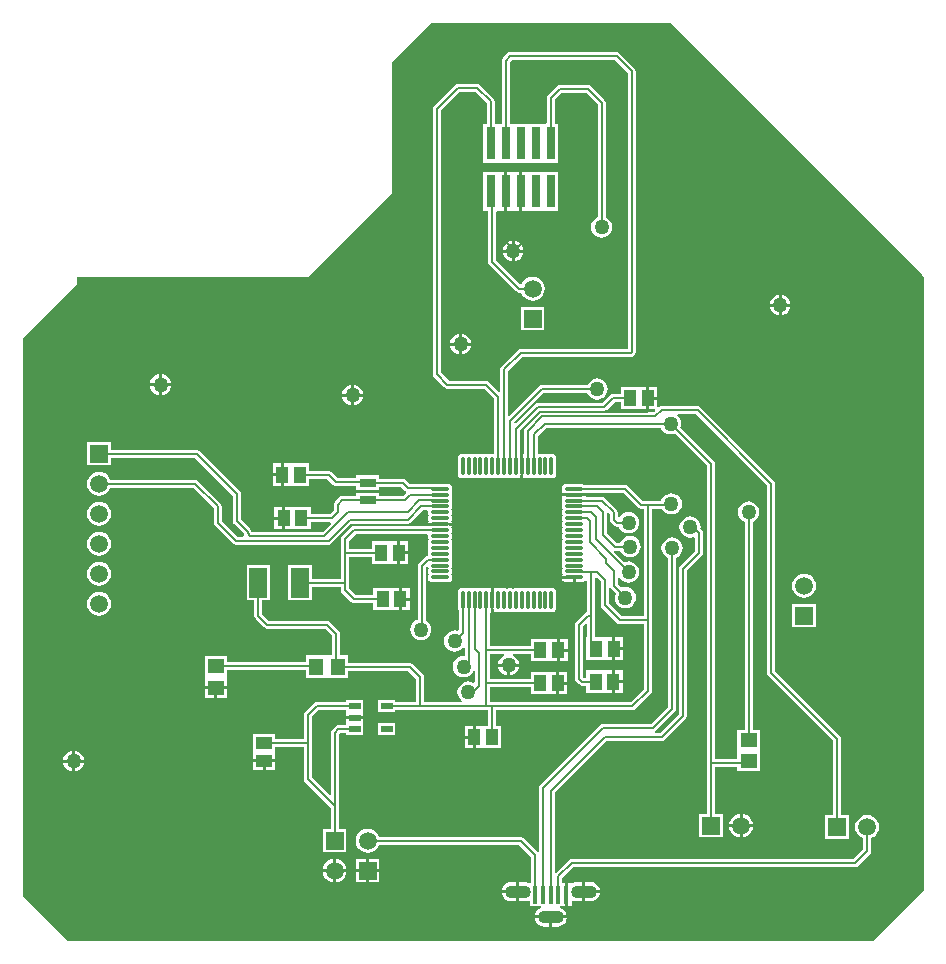
<source format=gtl>
G04*
G04 #@! TF.GenerationSoftware,Altium Limited,Altium Designer,20.1.14 (287)*
G04*
G04 Layer_Physical_Order=1*
G04 Layer_Color=255*
%FSLAX44Y44*%
%MOMM*%
G71*
G04*
G04 #@! TF.SameCoordinates,0151AA7F-9923-44C8-ACC0-2CDA610C712D*
G04*
G04*
G04 #@! TF.FilePolarity,Positive*
G04*
G01*
G75*
%ADD15C,0.1500*%
%ADD17R,0.7366X2.7940*%
G04:AMPARAMS|DCode=18|XSize=1.49mm|YSize=0.28mm|CornerRadius=0.07mm|HoleSize=0mm|Usage=FLASHONLY|Rotation=270.000|XOffset=0mm|YOffset=0mm|HoleType=Round|Shape=RoundedRectangle|*
%AMROUNDEDRECTD18*
21,1,1.4900,0.1400,0,0,270.0*
21,1,1.3500,0.2800,0,0,270.0*
1,1,0.1400,-0.0700,-0.6750*
1,1,0.1400,-0.0700,0.6750*
1,1,0.1400,0.0700,0.6750*
1,1,0.1400,0.0700,-0.6750*
%
%ADD18ROUNDEDRECTD18*%
G04:AMPARAMS|DCode=19|XSize=1.49mm|YSize=0.28mm|CornerRadius=0.07mm|HoleSize=0mm|Usage=FLASHONLY|Rotation=180.000|XOffset=0mm|YOffset=0mm|HoleType=Round|Shape=RoundedRectangle|*
%AMROUNDEDRECTD19*
21,1,1.4900,0.1400,0,0,180.0*
21,1,1.3500,0.2800,0,0,180.0*
1,1,0.1400,-0.6750,0.0700*
1,1,0.1400,0.6750,0.0700*
1,1,0.1400,0.6750,-0.0700*
1,1,0.1400,-0.6750,-0.0700*
%
%ADD19ROUNDEDRECTD19*%
%ADD20R,1.1000X1.4000*%
%ADD21R,1.2000X1.4000*%
%ADD22R,1.4000X1.2000*%
%ADD23R,1.4000X1.1000*%
%ADD24R,1.0033X0.5080*%
%ADD25R,1.4000X0.7500*%
%ADD26R,1.5000X2.5000*%
%ADD27R,0.4500X1.5000*%
%ADD43R,1.5000X1.5000*%
%ADD44C,1.5000*%
%ADD45R,1.5000X1.5000*%
%ADD46O,2.2000X1.1000*%
%ADD47C,1.2700*%
G36*
X1103630Y829310D02*
Y309880D01*
X1060450Y266700D01*
X378460D01*
X340360Y304800D01*
Y777240D01*
X386080Y822960D01*
Y829310D01*
X581660D01*
X652780Y900430D01*
Y1010920D01*
X685800Y1043940D01*
X889000D01*
X1103630Y829310D01*
D02*
G37*
%LPC*%
G36*
X843280Y1019354D02*
X753110D01*
X751826Y1019099D01*
X750738Y1018372D01*
X746928Y1014562D01*
X746201Y1013474D01*
X745946Y1012190D01*
Y958850D01*
X743077D01*
Y958850D01*
X742823D01*
Y958850D01*
X739955D01*
Y977900D01*
X739699Y979184D01*
X738972Y980272D01*
X727542Y991702D01*
X726454Y992429D01*
X725170Y992684D01*
X708660D01*
X707376Y992429D01*
X706288Y991702D01*
X688508Y973922D01*
X687781Y972834D01*
X687525Y971550D01*
Y746760D01*
X687781Y745476D01*
X688508Y744388D01*
X697398Y735498D01*
X698486Y734771D01*
X699770Y734516D01*
X731401D01*
X739715Y726201D01*
Y679669D01*
X738770Y678894D01*
X737370D01*
X736106Y678642D01*
X735570Y678284D01*
X735034Y678642D01*
X733770Y678894D01*
X732370D01*
X731106Y678642D01*
X730570Y678284D01*
X730034Y678642D01*
X728770Y678894D01*
X727370D01*
X726106Y678642D01*
X725570Y678284D01*
X725034Y678642D01*
X723770Y678894D01*
X722370D01*
X721106Y678642D01*
X720570Y678284D01*
X720034Y678642D01*
X718770Y678894D01*
X717370D01*
X716106Y678642D01*
X715570Y678284D01*
X715034Y678642D01*
X713770Y678894D01*
X712370D01*
X711106Y678642D01*
X710034Y677926D01*
X709318Y676854D01*
X709066Y675590D01*
Y662090D01*
X709318Y660826D01*
X710034Y659754D01*
X711106Y659038D01*
X712370Y658786D01*
X713770D01*
X715034Y659038D01*
X715570Y659396D01*
X716106Y659038D01*
X717370Y658786D01*
X718770D01*
X720034Y659038D01*
X720570Y659396D01*
X721106Y659038D01*
X722370Y658786D01*
X723770D01*
X725034Y659038D01*
X725570Y659396D01*
X726106Y659038D01*
X727370Y658786D01*
X728770D01*
X730034Y659038D01*
X730570Y659396D01*
X731106Y659038D01*
X732370Y658786D01*
X733770D01*
X735034Y659038D01*
X735570Y659396D01*
X736106Y659038D01*
X737370Y658786D01*
X738770D01*
X740034Y659038D01*
X740570Y659396D01*
X741106Y659038D01*
X742370Y658786D01*
X743770D01*
X745034Y659038D01*
X745570Y659396D01*
X746106Y659038D01*
X747370Y658786D01*
X748770D01*
X750034Y659038D01*
X750570Y659396D01*
X751106Y659038D01*
X752370Y658786D01*
X753770D01*
X755034Y659038D01*
X755570Y659396D01*
X756106Y659038D01*
X757370Y658786D01*
X758770D01*
X760034Y659038D01*
X760570Y659396D01*
X761106Y659038D01*
X761800Y658900D01*
Y660792D01*
X761823Y660826D01*
X762074Y662090D01*
Y668840D01*
Y675590D01*
X761823Y676854D01*
X761800Y676888D01*
Y679361D01*
X761544Y679571D01*
Y699014D01*
X778226Y715695D01*
X832940D01*
X834224Y715951D01*
X835312Y716678D01*
X841720Y723086D01*
X846790D01*
Y716900D01*
X868560D01*
Y726440D01*
Y735980D01*
X846790D01*
Y729794D01*
X840330D01*
X839046Y729539D01*
X837958Y728812D01*
X831551Y722404D01*
X776837D01*
X775553Y722149D01*
X774465Y721422D01*
X758103Y705061D01*
X756766Y705519D01*
X756678Y706214D01*
X781170Y730705D01*
X818537D01*
X819005Y729577D01*
X820430Y727720D01*
X822287Y726295D01*
X824449Y725399D01*
X826770Y725093D01*
X829091Y725399D01*
X831253Y726295D01*
X833110Y727720D01*
X834535Y729577D01*
X835431Y731739D01*
X835737Y734060D01*
X835431Y736381D01*
X834535Y738543D01*
X833110Y740400D01*
X831253Y741825D01*
X829091Y742721D01*
X826770Y743027D01*
X824449Y742721D01*
X822287Y741825D01*
X820430Y740400D01*
X819005Y738543D01*
X818537Y737414D01*
X779780D01*
X778496Y737159D01*
X777408Y736432D01*
X752598Y711622D01*
X751424Y712108D01*
Y749221D01*
X763390Y761186D01*
X855101D01*
X856385Y761441D01*
X857473Y762168D01*
X858352Y763047D01*
X859079Y764135D01*
X859334Y765419D01*
Y1003300D01*
X859079Y1004584D01*
X858352Y1005672D01*
X845652Y1018372D01*
X844564Y1019099D01*
X843280Y1019354D01*
D02*
G37*
G36*
X982980Y813979D02*
Y806450D01*
X990509D01*
X990371Y807501D01*
X989475Y809663D01*
X988050Y811520D01*
X986193Y812945D01*
X984031Y813841D01*
X982980Y813979D01*
D02*
G37*
G36*
X980440D02*
X979389Y813841D01*
X977227Y812945D01*
X975370Y811520D01*
X973945Y809663D01*
X973049Y807501D01*
X972911Y806450D01*
X980440D01*
Y813979D01*
D02*
G37*
G36*
X990509Y803910D02*
X982980D01*
Y796380D01*
X984031Y796519D01*
X986193Y797415D01*
X988050Y798840D01*
X989475Y800697D01*
X990371Y802859D01*
X990509Y803910D01*
D02*
G37*
G36*
X980440D02*
X972911D01*
X973049Y802859D01*
X973945Y800697D01*
X975370Y798840D01*
X977227Y797415D01*
X979389Y796519D01*
X980440Y796380D01*
Y803910D01*
D02*
G37*
G36*
X458470Y746669D02*
Y739140D01*
X465999D01*
X465861Y740191D01*
X464965Y742353D01*
X463540Y744210D01*
X461683Y745635D01*
X459521Y746531D01*
X458470Y746669D01*
D02*
G37*
G36*
X455930D02*
X454879Y746531D01*
X452717Y745635D01*
X450860Y744210D01*
X449435Y742353D01*
X448539Y740191D01*
X448400Y739140D01*
X455930D01*
Y746669D01*
D02*
G37*
G36*
X621030Y737779D02*
Y730250D01*
X628559D01*
X628421Y731301D01*
X627525Y733463D01*
X626100Y735320D01*
X624243Y736745D01*
X622081Y737641D01*
X621030Y737779D01*
D02*
G37*
G36*
X618490D02*
X617439Y737641D01*
X615277Y736745D01*
X613420Y735320D01*
X611995Y733463D01*
X611099Y731301D01*
X610961Y730250D01*
X618490D01*
Y737779D01*
D02*
G37*
G36*
X465999Y736600D02*
X458470D01*
Y729071D01*
X459521Y729209D01*
X461683Y730105D01*
X463540Y731530D01*
X464965Y733387D01*
X465861Y735549D01*
X465999Y736600D01*
D02*
G37*
G36*
X455930D02*
X448400D01*
X448539Y735549D01*
X449435Y733387D01*
X450860Y731530D01*
X452717Y730105D01*
X454879Y729209D01*
X455930Y729071D01*
Y736600D01*
D02*
G37*
G36*
X877870Y735980D02*
X871100D01*
Y727710D01*
X877870D01*
Y735980D01*
D02*
G37*
G36*
X628559Y727710D02*
X621030D01*
Y720181D01*
X622081Y720319D01*
X624243Y721215D01*
X626100Y722640D01*
X627525Y724497D01*
X628421Y726659D01*
X628559Y727710D01*
D02*
G37*
G36*
X618490D02*
X610961D01*
X611099Y726659D01*
X611995Y724497D01*
X613420Y722640D01*
X615277Y721215D01*
X617439Y720319D01*
X618490Y720181D01*
Y727710D01*
D02*
G37*
G36*
X558920Y671210D02*
X552150D01*
Y662940D01*
X558920D01*
Y671210D01*
D02*
G37*
G36*
Y660400D02*
X552150D01*
Y652130D01*
X558920D01*
Y660400D01*
D02*
G37*
G36*
X560190Y634380D02*
X553420D01*
Y626110D01*
X560190D01*
Y634380D01*
D02*
G37*
G36*
X405130Y638777D02*
X402509Y638432D01*
X400067Y637420D01*
X397969Y635811D01*
X396360Y633713D01*
X395348Y631271D01*
X395003Y628650D01*
X395348Y626029D01*
X396360Y623587D01*
X397969Y621489D01*
X400067Y619880D01*
X402509Y618868D01*
X405130Y618523D01*
X407751Y618868D01*
X410193Y619880D01*
X412291Y621489D01*
X413900Y623587D01*
X414912Y626029D01*
X415257Y628650D01*
X414912Y631271D01*
X413900Y633713D01*
X412291Y635811D01*
X410193Y637420D01*
X407751Y638432D01*
X405130Y638777D01*
D02*
G37*
G36*
X560190Y623570D02*
X553420D01*
Y615300D01*
X560190D01*
Y623570D01*
D02*
G37*
G36*
X814020Y653643D02*
X800520D01*
X799256Y653392D01*
X798184Y652676D01*
X797468Y651604D01*
X797216Y650340D01*
Y648940D01*
X797468Y647676D01*
X797826Y647140D01*
X797468Y646604D01*
X797330Y645910D01*
X799222D01*
X799256Y645888D01*
X800520Y645636D01*
X807270D01*
X814020D01*
X815284Y645888D01*
X815318Y645910D01*
X817791D01*
X818100Y646286D01*
X848840D01*
X861228Y633898D01*
X862316Y633171D01*
X863600Y632915D01*
X866596D01*
Y541834D01*
X847209D01*
X836475Y552570D01*
Y565266D01*
X836732Y565481D01*
X838368Y565318D01*
X842466Y561221D01*
Y560871D01*
X842043Y559851D01*
X841738Y557530D01*
X842043Y555209D01*
X842939Y553047D01*
X844364Y551190D01*
X846221Y549765D01*
X848384Y548869D01*
X850704Y548563D01*
X853025Y548869D01*
X855188Y549765D01*
X857045Y551190D01*
X858470Y553047D01*
X859365Y555209D01*
X859671Y557530D01*
X859365Y559851D01*
X858470Y562013D01*
X857045Y563870D01*
X855188Y565295D01*
X853025Y566191D01*
X850704Y566497D01*
X848384Y566191D01*
X847393Y565781D01*
X844094Y569080D01*
Y575133D01*
X845365Y575385D01*
X845675Y574637D01*
X847100Y572780D01*
X848957Y571355D01*
X851119Y570459D01*
X853440Y570153D01*
X855761Y570459D01*
X857923Y571355D01*
X859780Y572780D01*
X861205Y574637D01*
X862101Y576799D01*
X862407Y579120D01*
X862101Y581441D01*
X861205Y583603D01*
X859780Y585460D01*
X857923Y586885D01*
X855761Y587781D01*
X853440Y588087D01*
X851119Y587781D01*
X849990Y587314D01*
X841053Y596251D01*
X841678Y597421D01*
X842010Y597355D01*
X846477D01*
X846945Y596227D01*
X848370Y594370D01*
X850227Y592945D01*
X852389Y592049D01*
X854710Y591743D01*
X857031Y592049D01*
X859193Y592945D01*
X861050Y594370D01*
X862475Y596227D01*
X863371Y598389D01*
X863677Y600710D01*
X863371Y603031D01*
X862475Y605193D01*
X861050Y607050D01*
X859193Y608475D01*
X857031Y609371D01*
X854710Y609677D01*
X852389Y609371D01*
X850227Y608475D01*
X848370Y607050D01*
X846945Y605193D01*
X846477Y604064D01*
X843400D01*
X835204Y612259D01*
Y628916D01*
X836475Y629442D01*
X837385Y628531D01*
Y623570D01*
X837641Y622286D01*
X838368Y621198D01*
X840908Y618658D01*
X841996Y617931D01*
X843280Y617676D01*
X845207D01*
X845675Y616547D01*
X847100Y614690D01*
X848957Y613265D01*
X851119Y612369D01*
X853440Y612063D01*
X855761Y612369D01*
X857923Y613265D01*
X859780Y614690D01*
X861205Y616547D01*
X862101Y618709D01*
X862407Y621030D01*
X862101Y623351D01*
X861205Y625513D01*
X859780Y627370D01*
X857923Y628795D01*
X855761Y629691D01*
X853440Y629997D01*
X851119Y629691D01*
X848957Y628795D01*
X847100Y627370D01*
X845998Y625935D01*
X844667Y625675D01*
X844400Y625718D01*
X844094Y625966D01*
Y629920D01*
X843839Y631204D01*
X843112Y632292D01*
X833392Y642012D01*
X832304Y642739D01*
X831020Y642994D01*
X818100D01*
X817791Y643370D01*
X815318D01*
X815284Y643392D01*
X814020Y643644D01*
X807270D01*
X800520D01*
X799256Y643392D01*
X799222Y643370D01*
X797330D01*
X797468Y642676D01*
X797826Y642140D01*
X797468Y641604D01*
X797216Y640340D01*
Y638940D01*
X797468Y637676D01*
X797826Y637140D01*
X797468Y636604D01*
X797216Y635340D01*
Y633940D01*
X797468Y632676D01*
X797826Y632140D01*
X797468Y631604D01*
X797216Y630340D01*
Y628940D01*
X797468Y627676D01*
X797826Y627140D01*
X797468Y626604D01*
X797216Y625340D01*
Y623940D01*
X797468Y622676D01*
X797826Y622140D01*
X797468Y621604D01*
X797216Y620340D01*
Y618940D01*
X797468Y617676D01*
X797826Y617140D01*
X797468Y616604D01*
X797216Y615340D01*
Y613940D01*
X797468Y612676D01*
X797826Y612140D01*
X797468Y611604D01*
X797216Y610340D01*
Y608940D01*
X797468Y607676D01*
X797826Y607140D01*
X797468Y606604D01*
X797216Y605340D01*
Y603940D01*
X797468Y602676D01*
X797826Y602140D01*
X797468Y601604D01*
X797216Y600340D01*
Y598940D01*
X797468Y597676D01*
X797826Y597140D01*
X797468Y596604D01*
X797216Y595340D01*
Y593940D01*
X797468Y592676D01*
X797826Y592140D01*
X797468Y591604D01*
X797216Y590340D01*
Y588940D01*
X797468Y587676D01*
X797826Y587140D01*
X797468Y586604D01*
X797216Y585340D01*
Y583940D01*
X797468Y582676D01*
X797826Y582140D01*
X797468Y581604D01*
X797216Y580340D01*
Y578940D01*
X797468Y577676D01*
X797826Y577140D01*
X797468Y576604D01*
X797330Y575910D01*
X799222D01*
X799256Y575887D01*
X800520Y575636D01*
X807270D01*
Y574640D01*
X808540D01*
Y570636D01*
X814020D01*
X815284Y570888D01*
X816356Y571604D01*
X817072Y572676D01*
X818335Y572518D01*
Y545482D01*
X817866Y545389D01*
X816778Y544662D01*
X809158Y537042D01*
X808431Y535954D01*
X808176Y534670D01*
Y488950D01*
X808431Y487666D01*
X809158Y486578D01*
X811698Y484038D01*
X812786Y483311D01*
X814070Y483056D01*
X817580D01*
Y476870D01*
X839350D01*
Y486410D01*
Y495950D01*
X817580D01*
Y489765D01*
X815459D01*
X814884Y490340D01*
Y533280D01*
X817162Y535558D01*
X818335Y535072D01*
Y523890D01*
X817700D01*
Y504810D01*
X839470D01*
Y514350D01*
Y523890D01*
X825044D01*
Y542290D01*
Y574306D01*
X826314Y574832D01*
X829765Y571381D01*
Y551180D01*
X830021Y549896D01*
X830748Y548808D01*
X843448Y536108D01*
X844536Y535381D01*
X845820Y535126D01*
X866596D01*
Y480179D01*
X855201Y468784D01*
X736144D01*
Y481786D01*
X770470D01*
Y475600D01*
X792240D01*
Y485140D01*
Y494680D01*
X770470D01*
Y488494D01*
X736144D01*
Y509725D01*
X747853D01*
X748105Y508456D01*
X747357Y508145D01*
X745500Y506720D01*
X744075Y504863D01*
X743179Y502701D01*
X743040Y501650D01*
X760639D01*
X760501Y502701D01*
X759605Y504863D01*
X758180Y506720D01*
X756323Y508145D01*
X755575Y508456D01*
X755827Y509725D01*
X770710D01*
Y503540D01*
X792480D01*
Y513080D01*
Y522620D01*
X770710D01*
Y516435D01*
X736144D01*
Y544629D01*
X736800Y545167D01*
Y547392D01*
X736823Y547426D01*
X737074Y548690D01*
Y555440D01*
Y562190D01*
X736823Y563454D01*
X736800Y563488D01*
Y565380D01*
X736106Y565242D01*
X735570Y564884D01*
X735034Y565242D01*
X733770Y565494D01*
X732370D01*
X731106Y565242D01*
X730570Y564884D01*
X730034Y565242D01*
X728770Y565494D01*
X727370D01*
X726106Y565242D01*
X725570Y564884D01*
X725034Y565242D01*
X723770Y565494D01*
X722370D01*
X721106Y565242D01*
X720570Y564884D01*
X720034Y565242D01*
X718770Y565494D01*
X717370D01*
X716106Y565242D01*
X715570Y564884D01*
X715034Y565242D01*
X713770Y565494D01*
X712370D01*
X711106Y565242D01*
X710034Y564526D01*
X709318Y563454D01*
X709066Y562190D01*
Y548690D01*
X709318Y547426D01*
X709715Y546831D01*
Y530208D01*
X708446Y529359D01*
X708441Y529361D01*
X706120Y529667D01*
X703799Y529361D01*
X701637Y528465D01*
X699780Y527040D01*
X698355Y525183D01*
X697459Y523021D01*
X697153Y520700D01*
X697459Y518379D01*
X698355Y516217D01*
X699780Y514360D01*
X701637Y512935D01*
X703799Y512039D01*
X706120Y511733D01*
X708441Y512039D01*
X710603Y512935D01*
X712460Y514360D01*
X713446Y515643D01*
X714715Y515212D01*
Y508911D01*
X713761Y508074D01*
X713740Y508077D01*
X711419Y507771D01*
X709257Y506875D01*
X707400Y505450D01*
X705975Y503593D01*
X705079Y501431D01*
X704773Y499110D01*
X705079Y496789D01*
X705975Y494627D01*
X707400Y492770D01*
X709257Y491345D01*
X711419Y490449D01*
X713740Y490143D01*
X716061Y490449D01*
X718223Y491345D01*
X720080Y492770D01*
X721505Y494627D01*
X721815Y495375D01*
X723085Y495123D01*
Y485893D01*
X721815Y485376D01*
X719871Y486181D01*
X717550Y486487D01*
X715229Y486181D01*
X713067Y485285D01*
X711210Y483860D01*
X709785Y482003D01*
X708889Y479841D01*
X708583Y477520D01*
X708889Y475199D01*
X709785Y473037D01*
X711210Y471180D01*
X712676Y470055D01*
X712245Y468784D01*
X680265D01*
Y490220D01*
X680009Y491504D01*
X679282Y492592D01*
X670392Y501482D01*
X669304Y502209D01*
X668020Y502464D01*
X615600D01*
Y508650D01*
X609145D01*
Y527050D01*
X608889Y528334D01*
X608162Y529422D01*
X600542Y537042D01*
X599454Y537769D01*
X598170Y538024D01*
X548759D01*
X543384Y543400D01*
Y555190D01*
X550070D01*
Y585270D01*
X529990D01*
Y555190D01*
X536675D01*
Y542010D01*
X536931Y540726D01*
X537658Y539638D01*
X544998Y532298D01*
X546086Y531571D01*
X547370Y531315D01*
X596781D01*
X602435Y525661D01*
Y508650D01*
X598870D01*
X598520Y508650D01*
X597600D01*
X597250Y508650D01*
X580520D01*
Y502575D01*
X513620D01*
Y507760D01*
X494540D01*
Y491030D01*
X494540Y490680D01*
Y489760D01*
X494540Y489410D01*
Y482490D01*
X513620D01*
Y489410D01*
X513620Y489760D01*
Y490680D01*
X513620Y491030D01*
Y495866D01*
X580520D01*
Y489570D01*
X597250D01*
X597600Y489570D01*
X598520D01*
X598870Y489570D01*
X615600D01*
Y495756D01*
X666630D01*
X673556Y488830D01*
Y468784D01*
X656082D01*
Y470510D01*
X640969D01*
Y460350D01*
X656082D01*
Y462076D01*
X734276D01*
Y448960D01*
X723900D01*
Y439420D01*
Y429880D01*
X745670D01*
Y448960D01*
X740984D01*
Y462076D01*
X856590D01*
X857874Y462331D01*
X858962Y463058D01*
X872322Y476418D01*
X873049Y477506D01*
X873305Y478790D01*
Y538480D01*
Y632915D01*
X881665D01*
X881870Y632422D01*
X883295Y630565D01*
X885152Y629140D01*
X887314Y628244D01*
X889635Y627938D01*
X891956Y628244D01*
X894118Y629140D01*
X895975Y630565D01*
X897400Y632422D01*
X898296Y634584D01*
X898602Y636905D01*
X898296Y639226D01*
X897400Y641388D01*
X895975Y643245D01*
X894118Y644670D01*
X891956Y645566D01*
X889635Y645872D01*
X887314Y645566D01*
X885152Y644670D01*
X883295Y643245D01*
X881870Y641388D01*
X881139Y639624D01*
X864989D01*
X852602Y652012D01*
X851514Y652739D01*
X850230Y652995D01*
X815879D01*
X815284Y653392D01*
X814020Y653643D01*
D02*
G37*
G36*
X415170Y689490D02*
X395090D01*
Y669410D01*
X415170D01*
Y676096D01*
X486291D01*
X518615Y643771D01*
Y622300D01*
X518871Y621016D01*
X519598Y619928D01*
X527535Y611991D01*
X527761Y610856D01*
X528056Y610415D01*
X527377Y609145D01*
X522090D01*
X508815Y622420D01*
Y635000D01*
X508559Y636284D01*
X507832Y637372D01*
X488782Y656422D01*
X487694Y657149D01*
X486410Y657404D01*
X414608D01*
X413900Y659113D01*
X412291Y661211D01*
X410193Y662820D01*
X407751Y663832D01*
X405130Y664177D01*
X402509Y663832D01*
X400067Y662820D01*
X397969Y661211D01*
X396360Y659113D01*
X395348Y656671D01*
X395003Y654050D01*
X395348Y651429D01*
X396360Y648987D01*
X397969Y646889D01*
X400067Y645280D01*
X402509Y644268D01*
X405130Y643923D01*
X407751Y644268D01*
X410193Y645280D01*
X412291Y646889D01*
X413900Y648987D01*
X414608Y650695D01*
X485020D01*
X502105Y633610D01*
Y621030D01*
X502361Y619746D01*
X503088Y618658D01*
X518328Y603418D01*
X519416Y602691D01*
X520700Y602435D01*
X599440D01*
X600724Y602691D01*
X601812Y603418D01*
X618610Y620215D01*
X666750D01*
X668034Y620471D01*
X669122Y621198D01*
X679210Y631286D01*
X683040D01*
X683817Y630340D01*
Y628940D01*
X684068Y627676D01*
X684426Y627140D01*
X684068Y626604D01*
X683817Y625340D01*
Y623940D01*
X684068Y622676D01*
X684426Y622140D01*
X684068Y621604D01*
X683930Y620910D01*
X685822D01*
X685856Y620887D01*
X687120Y620636D01*
X700620D01*
X701884Y620887D01*
X701918Y620910D01*
X703810D01*
X703672Y621604D01*
X703314Y622140D01*
X703672Y622676D01*
X703923Y623940D01*
Y625340D01*
X703672Y626604D01*
X703314Y627140D01*
X703672Y627676D01*
X703923Y628940D01*
Y630340D01*
X703672Y631604D01*
X703314Y632140D01*
X703672Y632676D01*
X703923Y633940D01*
Y635340D01*
X703672Y636604D01*
X703314Y637140D01*
X703672Y637676D01*
X703923Y638940D01*
Y640340D01*
X703672Y641604D01*
X703314Y642140D01*
X703672Y642676D01*
X703923Y643940D01*
Y645340D01*
X703672Y646604D01*
X703314Y647140D01*
X703672Y647676D01*
X703923Y648940D01*
Y650340D01*
X703672Y651604D01*
X702956Y652676D01*
X701884Y653392D01*
X700620Y653643D01*
X687120D01*
X686874Y653595D01*
X668139D01*
X664682Y657052D01*
X663594Y657779D01*
X662310Y658035D01*
X642000D01*
Y660970D01*
X622920D01*
Y658674D01*
X607179D01*
X601812Y664042D01*
X600724Y664769D01*
X599440Y665024D01*
X583230D01*
Y671210D01*
X561460D01*
Y661670D01*
Y652130D01*
X583230D01*
Y658316D01*
X598051D01*
X603418Y652948D01*
X604506Y652221D01*
X605790Y651965D01*
X622920D01*
Y648390D01*
X642000D01*
Y651326D01*
X660920D01*
X664378Y647868D01*
X665025Y647436D01*
X665353Y645967D01*
X662821Y643435D01*
X642000D01*
Y646370D01*
X622920D01*
Y643435D01*
X610870D01*
X609586Y643179D01*
X608498Y642452D01*
X604688Y638642D01*
X603961Y637554D01*
X603705Y636270D01*
Y631310D01*
X600591Y628194D01*
X584500D01*
Y634380D01*
X562730D01*
Y624840D01*
Y615300D01*
X584500D01*
Y621485D01*
X600976D01*
X601502Y620215D01*
X594470Y613184D01*
X534560D01*
X534185Y613559D01*
X533959Y614694D01*
X533232Y615782D01*
X525325Y623689D01*
Y645160D01*
X525069Y646444D01*
X524342Y647532D01*
X490052Y681822D01*
X488964Y682549D01*
X487680Y682804D01*
X415170D01*
Y689490D01*
D02*
G37*
G36*
X667050Y605170D02*
X660280D01*
Y596900D01*
X667050D01*
Y605170D01*
D02*
G37*
G36*
X405130Y613377D02*
X402509Y613032D01*
X400067Y612020D01*
X397969Y610411D01*
X396360Y608313D01*
X395348Y605871D01*
X395003Y603250D01*
X395348Y600629D01*
X396360Y598187D01*
X397969Y596089D01*
X400067Y594480D01*
X402509Y593468D01*
X405130Y593123D01*
X407751Y593468D01*
X410193Y594480D01*
X412291Y596089D01*
X413900Y598187D01*
X414912Y600629D01*
X415257Y603250D01*
X414912Y605871D01*
X413900Y608313D01*
X412291Y610411D01*
X410193Y612020D01*
X407751Y613032D01*
X405130Y613377D01*
D02*
G37*
G36*
X667050Y594360D02*
X660280D01*
Y586090D01*
X667050D01*
Y594360D01*
D02*
G37*
G36*
X806000Y573370D02*
X797330D01*
X797468Y572676D01*
X798184Y571604D01*
X799256Y570888D01*
X800520Y570636D01*
X806000D01*
Y573370D01*
D02*
G37*
G36*
X700620Y618644D02*
X687120D01*
X685856Y618392D01*
X685822Y618370D01*
X683349D01*
X683073Y618035D01*
X621030D01*
X619746Y617779D01*
X618658Y617052D01*
X611038Y609432D01*
X610311Y608344D01*
X610056Y607060D01*
Y595630D01*
Y573585D01*
X585070D01*
Y585270D01*
X564990D01*
Y555190D01*
X585070D01*
Y566875D01*
X610056D01*
Y563880D01*
X610311Y562596D01*
X611038Y561508D01*
X618658Y553888D01*
X619746Y553161D01*
X621030Y552906D01*
X637240D01*
Y546720D01*
X659010D01*
Y556260D01*
Y565800D01*
X637240D01*
Y559614D01*
X622419D01*
X616764Y565270D01*
Y570230D01*
Y592276D01*
X635970D01*
Y586090D01*
X657740D01*
Y595630D01*
Y605170D01*
X635970D01*
Y598984D01*
X616764D01*
Y605671D01*
X622420Y611325D01*
X683012D01*
X683817Y610344D01*
X683817Y610340D01*
Y608940D01*
X684068Y607676D01*
X684426Y607140D01*
X684068Y606604D01*
X683817Y605340D01*
Y603940D01*
X684068Y602676D01*
X684426Y602140D01*
X684068Y601604D01*
X683817Y600340D01*
Y598940D01*
X684068Y597676D01*
X684426Y597140D01*
X684068Y596604D01*
X683817Y595340D01*
Y593940D01*
X683930Y593372D01*
X683620Y592994D01*
X682336Y592739D01*
X681248Y592012D01*
X675808Y586572D01*
X675081Y585484D01*
X674826Y584200D01*
Y538836D01*
X673062Y538105D01*
X671205Y536680D01*
X669780Y534823D01*
X668884Y532661D01*
X668578Y530340D01*
X668884Y528019D01*
X669780Y525857D01*
X671205Y524000D01*
X673062Y522575D01*
X675224Y521679D01*
X677545Y521373D01*
X679866Y521679D01*
X682028Y522575D01*
X683885Y524000D01*
X685310Y525857D01*
X686206Y528019D01*
X686512Y530340D01*
X686206Y532661D01*
X685310Y534823D01*
X683885Y536680D01*
X682028Y538105D01*
X681535Y538310D01*
Y582811D01*
X682609Y583885D01*
X683923Y583403D01*
X684068Y582676D01*
X684426Y582140D01*
X684068Y581604D01*
X683817Y580340D01*
Y578940D01*
X684068Y577676D01*
X684426Y577140D01*
X684068Y576604D01*
X683817Y575340D01*
Y573940D01*
X684068Y572676D01*
X684784Y571604D01*
X685856Y570888D01*
X687120Y570636D01*
X700620D01*
X701884Y570888D01*
X702956Y571604D01*
X703672Y572676D01*
X703923Y573940D01*
Y575340D01*
X703672Y576604D01*
X703314Y577140D01*
X703672Y577676D01*
X703923Y578940D01*
Y580340D01*
X703672Y581604D01*
X703314Y582140D01*
X703672Y582676D01*
X703923Y583940D01*
Y585340D01*
X703672Y586604D01*
X703314Y587140D01*
X703672Y587676D01*
X703923Y588940D01*
Y590340D01*
X703672Y591604D01*
X703314Y592140D01*
X703672Y592676D01*
X703923Y593940D01*
Y595340D01*
X703672Y596604D01*
X703314Y597140D01*
X703672Y597676D01*
X703923Y598940D01*
Y600340D01*
X703672Y601604D01*
X703314Y602140D01*
X703672Y602676D01*
X703923Y603940D01*
Y605340D01*
X703672Y606604D01*
X703314Y607140D01*
X703672Y607676D01*
X703923Y608940D01*
Y610340D01*
X703672Y611604D01*
X703314Y612140D01*
X703672Y612676D01*
X703923Y613940D01*
Y615340D01*
X703672Y616604D01*
X703314Y617140D01*
X703672Y617676D01*
X703810Y618370D01*
X701918D01*
X701884Y618392D01*
X700620Y618644D01*
D02*
G37*
G36*
X405130Y587977D02*
X402509Y587632D01*
X400067Y586620D01*
X397969Y585011D01*
X396360Y582913D01*
X395348Y580471D01*
X395003Y577850D01*
X395348Y575229D01*
X396360Y572787D01*
X397969Y570689D01*
X400067Y569080D01*
X402509Y568068D01*
X405130Y567723D01*
X407751Y568068D01*
X410193Y569080D01*
X412291Y570689D01*
X413900Y572787D01*
X414912Y575229D01*
X415257Y577850D01*
X414912Y580471D01*
X413900Y582913D01*
X412291Y585011D01*
X410193Y586620D01*
X407751Y587632D01*
X405130Y587977D01*
D02*
G37*
G36*
X788770Y565494D02*
X787370D01*
X786106Y565242D01*
X785570Y564884D01*
X785034Y565242D01*
X783770Y565494D01*
X782370D01*
X781106Y565242D01*
X780570Y564884D01*
X780034Y565242D01*
X778770Y565494D01*
X777370D01*
X776106Y565242D01*
X775570Y564884D01*
X775034Y565242D01*
X773770Y565494D01*
X772370D01*
X771106Y565242D01*
X770570Y564884D01*
X770034Y565242D01*
X768770Y565494D01*
X767370D01*
X766106Y565242D01*
X765570Y564884D01*
X765034Y565242D01*
X763770Y565494D01*
X762370D01*
X761106Y565242D01*
X760570Y564884D01*
X760034Y565242D01*
X758770Y565494D01*
X757370D01*
X756106Y565242D01*
X755570Y564884D01*
X755034Y565242D01*
X753770Y565494D01*
X752370D01*
X751106Y565242D01*
X750570Y564884D01*
X750034Y565242D01*
X748770Y565494D01*
X747370D01*
X746106Y565242D01*
X745570Y564884D01*
X745034Y565242D01*
X743770Y565494D01*
X742370D01*
X741106Y565242D01*
X740570Y564884D01*
X740034Y565242D01*
X739340Y565380D01*
Y563488D01*
X739317Y563454D01*
X739066Y562190D01*
Y555440D01*
Y548690D01*
X739317Y547426D01*
X739340Y547392D01*
Y545500D01*
X740034Y545638D01*
X740570Y545996D01*
X741106Y545638D01*
X742370Y545387D01*
X743770D01*
X745034Y545638D01*
X745570Y545996D01*
X746106Y545638D01*
X747370Y545387D01*
X748770D01*
X750034Y545638D01*
X750570Y545996D01*
X751106Y545638D01*
X752370Y545387D01*
X753770D01*
X755034Y545638D01*
X755570Y545996D01*
X756106Y545638D01*
X757370Y545387D01*
X758770D01*
X760034Y545638D01*
X760570Y545996D01*
X761106Y545638D01*
X762370Y545387D01*
X763770D01*
X765034Y545638D01*
X765570Y545996D01*
X766106Y545638D01*
X767370Y545387D01*
X768770D01*
X770034Y545638D01*
X770570Y545996D01*
X771106Y545638D01*
X772370Y545387D01*
X773770D01*
X775034Y545638D01*
X775570Y545996D01*
X776106Y545638D01*
X777370Y545387D01*
X778770D01*
X780034Y545638D01*
X780570Y545996D01*
X781106Y545638D01*
X782370Y545387D01*
X783770D01*
X785034Y545638D01*
X785570Y545996D01*
X786106Y545638D01*
X787370Y545387D01*
X788770D01*
X790034Y545638D01*
X791106Y546354D01*
X791822Y547426D01*
X792074Y548690D01*
Y562190D01*
X791822Y563454D01*
X791106Y564526D01*
X790034Y565242D01*
X788770Y565494D01*
D02*
G37*
G36*
X1002030Y577817D02*
X999409Y577472D01*
X996967Y576460D01*
X994869Y574851D01*
X993260Y572753D01*
X992248Y570311D01*
X991903Y567690D01*
X992248Y565069D01*
X993260Y562627D01*
X994869Y560529D01*
X996967Y558920D01*
X999409Y557908D01*
X1002030Y557563D01*
X1004651Y557908D01*
X1007093Y558920D01*
X1009191Y560529D01*
X1010800Y562627D01*
X1011812Y565069D01*
X1012157Y567690D01*
X1011812Y570311D01*
X1010800Y572753D01*
X1009191Y574851D01*
X1007093Y576460D01*
X1004651Y577472D01*
X1002030Y577817D01*
D02*
G37*
G36*
X668320Y565800D02*
X661550D01*
Y557530D01*
X668320D01*
Y565800D01*
D02*
G37*
G36*
Y554990D02*
X661550D01*
Y546720D01*
X668320D01*
Y554990D01*
D02*
G37*
G36*
X405130Y562577D02*
X402509Y562232D01*
X400067Y561220D01*
X397969Y559611D01*
X396360Y557513D01*
X395348Y555071D01*
X395003Y552450D01*
X395348Y549829D01*
X396360Y547387D01*
X397969Y545289D01*
X400067Y543680D01*
X402509Y542668D01*
X405130Y542323D01*
X407751Y542668D01*
X410193Y543680D01*
X412291Y545289D01*
X413900Y547387D01*
X414912Y549829D01*
X415257Y552450D01*
X414912Y555071D01*
X413900Y557513D01*
X412291Y559611D01*
X410193Y561220D01*
X407751Y562232D01*
X405130Y562577D01*
D02*
G37*
G36*
X1012070Y552330D02*
X991990D01*
Y532250D01*
X1012070D01*
Y552330D01*
D02*
G37*
G36*
X848780Y523890D02*
X842010D01*
Y515620D01*
X848780D01*
Y523890D01*
D02*
G37*
G36*
X801790Y522620D02*
X795020D01*
Y514350D01*
X801790D01*
Y522620D01*
D02*
G37*
G36*
X848780Y513080D02*
X842010D01*
Y504810D01*
X848780D01*
Y513080D01*
D02*
G37*
G36*
X801790Y511810D02*
X795020D01*
Y503540D01*
X801790D01*
Y511810D01*
D02*
G37*
G36*
X760639Y499110D02*
X753110D01*
Y491581D01*
X754161Y491719D01*
X756323Y492615D01*
X758180Y494040D01*
X759605Y495897D01*
X760501Y498059D01*
X760639Y499110D01*
D02*
G37*
G36*
X750570D02*
X743040D01*
X743179Y498059D01*
X744075Y495897D01*
X745500Y494040D01*
X747357Y492615D01*
X749519Y491719D01*
X750570Y491581D01*
Y499110D01*
D02*
G37*
G36*
X848660Y495950D02*
X841890D01*
Y487680D01*
X848660D01*
Y495950D01*
D02*
G37*
G36*
X801550Y494680D02*
X794780D01*
Y486410D01*
X801550D01*
Y494680D01*
D02*
G37*
G36*
X848660Y485140D02*
X841890D01*
Y476870D01*
X848660D01*
Y485140D01*
D02*
G37*
G36*
X801550Y483870D02*
X794780D01*
Y475600D01*
X801550D01*
Y483870D01*
D02*
G37*
G36*
X513620Y479950D02*
X505350D01*
Y472680D01*
X513620D01*
Y479950D01*
D02*
G37*
G36*
X502810D02*
X494540D01*
Y472680D01*
X502810D01*
Y479950D01*
D02*
G37*
G36*
X629031Y470510D02*
X613918D01*
Y469445D01*
X589280D01*
X587996Y469189D01*
X586908Y468462D01*
X579288Y460842D01*
X578561Y459754D01*
X578306Y458470D01*
Y437574D01*
X554370D01*
Y442260D01*
X535290D01*
Y426180D01*
Y420490D01*
X554370D01*
Y426180D01*
Y430866D01*
X578306D01*
Y403860D01*
X578561Y402576D01*
X579288Y401488D01*
X601166Y379610D01*
Y361830D01*
X594480D01*
Y341750D01*
X614560D01*
Y361830D01*
X607874D01*
Y381000D01*
Y441841D01*
X609109Y443075D01*
X613918D01*
Y441350D01*
X629031D01*
Y450850D01*
Y454660D01*
X613918D01*
Y449784D01*
X607720D01*
X606436Y449529D01*
X605348Y448802D01*
X602148Y445602D01*
X601421Y444514D01*
X601166Y443230D01*
Y390758D01*
X599992Y390272D01*
X585014Y405249D01*
Y434220D01*
Y457080D01*
X590670Y462735D01*
X613918D01*
Y457200D01*
X629031D01*
Y460350D01*
Y470510D01*
D02*
G37*
G36*
X905510Y626187D02*
X903189Y625881D01*
X901027Y624985D01*
X899170Y623560D01*
X897745Y621703D01*
X896849Y619541D01*
X896543Y617220D01*
X896849Y614899D01*
X897745Y612737D01*
X899170Y610880D01*
X901027Y609455D01*
X903189Y608559D01*
X905510Y608253D01*
X907831Y608559D01*
X908720Y608927D01*
X909775Y608221D01*
Y597020D01*
X896788Y584032D01*
X896061Y582944D01*
X895806Y581660D01*
Y458590D01*
X879990Y442775D01*
X876184D01*
X875969Y443032D01*
X876132Y444668D01*
X892642Y461178D01*
X893369Y462266D01*
X893624Y463550D01*
Y591207D01*
X894753Y591675D01*
X896610Y593100D01*
X898035Y594957D01*
X898931Y597119D01*
X899237Y599440D01*
X898931Y601761D01*
X898035Y603923D01*
X896610Y605780D01*
X894753Y607205D01*
X892591Y608101D01*
X890270Y608407D01*
X887949Y608101D01*
X885787Y607205D01*
X883930Y605780D01*
X882505Y603923D01*
X881609Y601761D01*
X881303Y599440D01*
X881609Y597119D01*
X882505Y594957D01*
X883930Y593100D01*
X885787Y591675D01*
X886916Y591207D01*
Y464939D01*
X872371Y450395D01*
X831850D01*
X830566Y450139D01*
X829478Y449412D01*
X778678Y398612D01*
X777951Y397524D01*
X777695Y396240D01*
Y342634D01*
X776425Y342108D01*
X764372Y354162D01*
X763284Y354889D01*
X762000Y355145D01*
X641938D01*
X641230Y356853D01*
X639621Y358951D01*
X637523Y360560D01*
X635081Y361572D01*
X632460Y361917D01*
X629839Y361572D01*
X627397Y360560D01*
X625299Y358951D01*
X623690Y356853D01*
X622678Y354411D01*
X622333Y351790D01*
X622678Y349169D01*
X623690Y346727D01*
X625299Y344629D01*
X627397Y343020D01*
X629839Y342008D01*
X632460Y341663D01*
X635081Y342008D01*
X637523Y343020D01*
X639621Y344629D01*
X641230Y346727D01*
X641938Y348436D01*
X760611D01*
X771196Y337851D01*
Y316110D01*
X769760D01*
Y316110D01*
X768490Y315847D01*
X767149Y316403D01*
X765050Y316679D01*
X760820D01*
Y308570D01*
Y300461D01*
X765050D01*
X767149Y300737D01*
X768490Y301292D01*
X769760Y300543D01*
Y296030D01*
X779353D01*
X779606Y294760D01*
X777995Y294093D01*
X776316Y292804D01*
X775027Y291125D01*
X774217Y289169D01*
X774108Y288340D01*
X800992D01*
X800883Y289169D01*
X800073Y291125D01*
X798784Y292804D01*
X797105Y294093D01*
X795494Y294760D01*
X795747Y296030D01*
X799280D01*
Y306070D01*
Y316110D01*
X797404D01*
Y320221D01*
X806570Y329385D01*
X1045210D01*
X1046494Y329641D01*
X1047582Y330368D01*
X1057742Y340528D01*
X1058469Y341616D01*
X1058725Y342900D01*
Y353742D01*
X1060433Y354450D01*
X1062531Y356059D01*
X1064140Y358157D01*
X1065152Y360599D01*
X1065497Y363220D01*
X1065152Y365841D01*
X1064140Y368283D01*
X1062531Y370381D01*
X1060433Y371990D01*
X1057991Y373002D01*
X1055370Y373347D01*
X1052749Y373002D01*
X1050307Y371990D01*
X1048209Y370381D01*
X1046600Y368283D01*
X1045588Y365841D01*
X1045243Y363220D01*
X1045588Y360599D01*
X1046600Y358157D01*
X1048209Y356059D01*
X1050307Y354450D01*
X1052016Y353742D01*
Y344290D01*
X1043820Y336095D01*
X805180D01*
X803896Y335839D01*
X802808Y335112D01*
X792175Y324478D01*
X790904Y325004D01*
Y392461D01*
X834510Y436065D01*
X881380D01*
X882664Y436321D01*
X883752Y437048D01*
X901532Y454828D01*
X902259Y455916D01*
X902514Y457200D01*
Y580271D01*
X915502Y593258D01*
X916229Y594346D01*
X916485Y595630D01*
Y612140D01*
X916229Y613424D01*
X915502Y614512D01*
X914281Y615733D01*
X914477Y617220D01*
X914171Y619541D01*
X913275Y621703D01*
X911850Y623560D01*
X909993Y624985D01*
X907831Y625881D01*
X905510Y626187D01*
D02*
G37*
G36*
X656082Y451510D02*
X640969D01*
Y441350D01*
X656082D01*
Y451510D01*
D02*
G37*
G36*
X721360Y448960D02*
X714590D01*
Y440690D01*
X721360D01*
Y448960D01*
D02*
G37*
G36*
Y438150D02*
X714590D01*
Y429880D01*
X721360D01*
Y438150D01*
D02*
G37*
G36*
X384810Y427900D02*
Y420370D01*
X392340D01*
X392201Y421421D01*
X391305Y423583D01*
X389880Y425440D01*
X388023Y426865D01*
X385861Y427761D01*
X384810Y427900D01*
D02*
G37*
G36*
X382270D02*
X381219Y427761D01*
X379057Y426865D01*
X377200Y425440D01*
X375775Y423583D01*
X374879Y421421D01*
X374740Y420370D01*
X382270D01*
Y427900D01*
D02*
G37*
G36*
X554370Y417950D02*
X546100D01*
Y411180D01*
X554370D01*
Y417950D01*
D02*
G37*
G36*
X543560D02*
X535290D01*
Y411180D01*
X543560D01*
Y417950D01*
D02*
G37*
G36*
X392340Y417830D02*
X384810D01*
Y410300D01*
X385861Y410439D01*
X388023Y411335D01*
X389880Y412760D01*
X391305Y414617D01*
X392201Y416779D01*
X392340Y417830D01*
D02*
G37*
G36*
X382270D02*
X374740D01*
X374879Y416779D01*
X375775Y414617D01*
X377200Y412760D01*
X379057Y411335D01*
X381219Y410439D01*
X382270Y410300D01*
Y417830D01*
D02*
G37*
G36*
X949960Y374449D02*
Y365760D01*
X958649D01*
X958472Y367111D01*
X957460Y369553D01*
X955851Y371651D01*
X953753Y373260D01*
X951311Y374272D01*
X949960Y374449D01*
D02*
G37*
G36*
X947420D02*
X946069Y374272D01*
X943627Y373260D01*
X941529Y371651D01*
X939920Y369553D01*
X938908Y367111D01*
X938731Y365760D01*
X947420D01*
Y374449D01*
D02*
G37*
G36*
X958649Y363220D02*
X949960D01*
Y354531D01*
X951311Y354708D01*
X953753Y355720D01*
X955851Y357329D01*
X957460Y359427D01*
X958472Y361869D01*
X958649Y363220D01*
D02*
G37*
G36*
X947420D02*
X938731D01*
X938908Y361869D01*
X939920Y359427D01*
X941529Y357329D01*
X943627Y355720D01*
X946069Y354708D01*
X947420Y354531D01*
Y363220D01*
D02*
G37*
G36*
X877870Y725170D02*
X871100D01*
Y716900D01*
X875597D01*
X876083Y715727D01*
X874680Y714324D01*
X780183D01*
X778900Y714069D01*
X777811Y713342D01*
X765698Y701228D01*
X764971Y700140D01*
X764715Y698857D01*
Y679669D01*
X764340Y679361D01*
Y676888D01*
X764317Y676854D01*
X764066Y675590D01*
Y668840D01*
Y662090D01*
X764317Y660826D01*
X764340Y660792D01*
Y658900D01*
X765034Y659038D01*
X765570Y659396D01*
X766106Y659038D01*
X767370Y658786D01*
X768770D01*
X770034Y659038D01*
X770570Y659396D01*
X771106Y659038D01*
X772370Y658786D01*
X773770D01*
X775034Y659038D01*
X775570Y659396D01*
X776106Y659038D01*
X777370Y658786D01*
X778770D01*
X780034Y659038D01*
X780570Y659396D01*
X781106Y659038D01*
X782370Y658786D01*
X783770D01*
X785034Y659038D01*
X785570Y659396D01*
X786106Y659038D01*
X787370Y658786D01*
X788770D01*
X790034Y659038D01*
X791106Y659754D01*
X791822Y660826D01*
X792074Y662090D01*
Y675590D01*
X791822Y676854D01*
X791106Y677926D01*
X790034Y678642D01*
X788770Y678894D01*
X787370D01*
X786106Y678642D01*
X785570Y678284D01*
X785034Y678642D01*
X783770Y678894D01*
X782370D01*
X781106Y678642D01*
X780570Y678284D01*
X780034Y678642D01*
X778770Y678894D01*
X777370D01*
X776424Y679669D01*
Y694211D01*
X783709Y701496D01*
X880767D01*
X881235Y700367D01*
X882660Y698510D01*
X884517Y697085D01*
X886679Y696189D01*
X889000Y695883D01*
X891321Y696189D01*
X892450Y696656D01*
X919936Y669171D01*
Y417830D01*
Y374530D01*
X913250D01*
Y354450D01*
X933330D01*
Y374530D01*
X926645D01*
Y414476D01*
X945500D01*
Y410450D01*
X964580D01*
Y427180D01*
X964580Y427530D01*
Y428450D01*
X964580Y428800D01*
Y445530D01*
X958394D01*
Y621687D01*
X959523Y622155D01*
X961380Y623580D01*
X962805Y625437D01*
X963701Y627599D01*
X964007Y629920D01*
X963701Y632241D01*
X962805Y634403D01*
X961380Y636260D01*
X959523Y637685D01*
X957361Y638581D01*
X955040Y638887D01*
X952719Y638581D01*
X950557Y637685D01*
X948700Y636260D01*
X947275Y634403D01*
X946379Y632241D01*
X946073Y629920D01*
X946379Y627599D01*
X947275Y625437D01*
X948700Y623580D01*
X950557Y622155D01*
X951686Y621687D01*
Y445530D01*
X945500D01*
Y428800D01*
X945500Y428450D01*
Y427530D01*
X945500Y427180D01*
Y421185D01*
X926645D01*
Y670560D01*
X926389Y671844D01*
X925662Y672932D01*
X897194Y701400D01*
X897661Y702529D01*
X897967Y704850D01*
X897661Y707171D01*
X896765Y709333D01*
X895340Y711190D01*
X894734Y711656D01*
X895165Y712925D01*
X910471D01*
X970735Y652661D01*
Y494030D01*
X970991Y492746D01*
X971718Y491658D01*
X1026616Y436760D01*
Y373260D01*
X1019930D01*
Y353180D01*
X1040010D01*
Y373260D01*
X1033325D01*
Y438150D01*
X1033069Y439434D01*
X1032342Y440522D01*
X977445Y495420D01*
Y654050D01*
X977189Y655334D01*
X976462Y656422D01*
X914232Y718652D01*
X913144Y719379D01*
X911860Y719634D01*
X881380D01*
X880096Y719379D01*
X879140Y718740D01*
X878257Y718963D01*
X877870Y719123D01*
Y725170D01*
D02*
G37*
G36*
X642500Y336430D02*
X633730D01*
Y327660D01*
X642500D01*
Y336430D01*
D02*
G37*
G36*
X605790Y336349D02*
Y327660D01*
X614479D01*
X614302Y329011D01*
X613290Y331453D01*
X611681Y333551D01*
X609583Y335160D01*
X607141Y336172D01*
X605790Y336349D01*
D02*
G37*
G36*
X603250D02*
X601899Y336172D01*
X599457Y335160D01*
X597359Y333551D01*
X595750Y331453D01*
X594738Y329011D01*
X594561Y327660D01*
X603250D01*
Y336349D01*
D02*
G37*
G36*
X631190Y336430D02*
X622420D01*
Y327660D01*
X631190D01*
Y336430D01*
D02*
G37*
G36*
X614479Y325120D02*
X605790D01*
Y316431D01*
X607141Y316608D01*
X609583Y317620D01*
X611681Y319229D01*
X613290Y321327D01*
X614302Y323769D01*
X614479Y325120D01*
D02*
G37*
G36*
X603250D02*
X594561D01*
X594738Y323769D01*
X595750Y321327D01*
X597359Y319229D01*
X599457Y317620D01*
X601899Y316608D01*
X603250Y316431D01*
Y325120D01*
D02*
G37*
G36*
X642500D02*
X633730D01*
Y316350D01*
X642500D01*
Y325120D01*
D02*
G37*
G36*
X631190D02*
X622420D01*
Y316350D01*
X631190D01*
Y325120D01*
D02*
G37*
G36*
X814280Y316679D02*
X810050D01*
X807951Y316403D01*
X806610Y315847D01*
X805340Y316110D01*
Y316110D01*
X801820D01*
Y306070D01*
Y296030D01*
X805340D01*
Y300543D01*
X806610Y301292D01*
X807951Y300737D01*
X810050Y300461D01*
X814280D01*
Y308570D01*
Y316679D01*
D02*
G37*
G36*
X821050D02*
X816820D01*
Y309840D01*
X828992D01*
X828883Y310669D01*
X828073Y312625D01*
X826784Y314304D01*
X825105Y315593D01*
X823149Y316403D01*
X821050Y316679D01*
D02*
G37*
G36*
X758280D02*
X754050D01*
X751951Y316403D01*
X749995Y315593D01*
X748316Y314304D01*
X747027Y312625D01*
X746217Y310669D01*
X746108Y309840D01*
X758280D01*
Y316679D01*
D02*
G37*
G36*
X828992Y307300D02*
X816820D01*
Y300461D01*
X821050D01*
X823149Y300737D01*
X825105Y301547D01*
X826784Y302836D01*
X828073Y304515D01*
X828883Y306471D01*
X828992Y307300D01*
D02*
G37*
G36*
X758280D02*
X746108D01*
X746217Y306471D01*
X747027Y304515D01*
X748316Y302836D01*
X749995Y301547D01*
X751951Y300737D01*
X754050Y300461D01*
X758280D01*
Y307300D01*
D02*
G37*
G36*
X800992Y285800D02*
X788820D01*
Y278961D01*
X793050D01*
X795149Y279237D01*
X797105Y280047D01*
X798784Y281336D01*
X800073Y283015D01*
X800883Y284971D01*
X800992Y285800D01*
D02*
G37*
G36*
X786280D02*
X774108D01*
X774217Y284971D01*
X775027Y283015D01*
X776316Y281336D01*
X777995Y280047D01*
X779951Y279237D01*
X782050Y278961D01*
X786280D01*
Y285800D01*
D02*
G37*
%LPD*%
G36*
X852626Y1001910D02*
Y767895D01*
X762000D01*
X760716Y767639D01*
X759628Y766912D01*
X745698Y752982D01*
X744971Y751894D01*
X744716Y750610D01*
Y732348D01*
X743542Y731862D01*
X735162Y740242D01*
X734074Y740969D01*
X732790Y741225D01*
X701160D01*
X694234Y748149D01*
Y970161D01*
X710050Y985975D01*
X723781D01*
X733245Y976510D01*
Y958850D01*
X730377D01*
Y925830D01*
X742823D01*
Y925830D01*
X743077D01*
Y925830D01*
X754507D01*
X755523Y925830D01*
X756793Y925830D01*
X767207D01*
X768223Y925830D01*
X769493Y925830D01*
X779907D01*
X780923Y925830D01*
X782193Y925830D01*
X793623D01*
Y958850D01*
X790754D01*
Y979051D01*
X796410Y984706D01*
X817760D01*
X827225Y975240D01*
Y879453D01*
X826097Y878985D01*
X824240Y877560D01*
X822815Y875703D01*
X821919Y873541D01*
X821613Y871220D01*
X821919Y868899D01*
X822815Y866737D01*
X824240Y864880D01*
X826097Y863455D01*
X828259Y862559D01*
X830580Y862253D01*
X832901Y862559D01*
X835063Y863455D01*
X836920Y864880D01*
X838345Y866737D01*
X839241Y868899D01*
X839547Y871220D01*
X839241Y873541D01*
X838345Y875703D01*
X836920Y877560D01*
X835063Y878985D01*
X833934Y879453D01*
Y976630D01*
X833679Y977914D01*
X832952Y979002D01*
X821522Y990432D01*
X820434Y991159D01*
X819150Y991414D01*
X795020D01*
X793736Y991159D01*
X792648Y990432D01*
X785028Y982812D01*
X784301Y981724D01*
X784045Y980440D01*
Y959748D01*
X783148Y958850D01*
X781177Y958850D01*
X779907Y958850D01*
X769493D01*
X768477Y958850D01*
X767207Y958850D01*
X756793D01*
X755777Y958850D01*
X754507Y958850D01*
X752654D01*
Y1010800D01*
X754500Y1012645D01*
X841890D01*
X852626Y1001910D01*
D02*
G37*
%LPC*%
G36*
X781177Y918210D02*
X779907Y918210D01*
X769493D01*
X768477Y918210D01*
X767207Y918210D01*
X763270D01*
Y901700D01*
Y885190D01*
X767207D01*
X768223Y885190D01*
X769493Y885190D01*
X779907D01*
X780923Y885190D01*
X782193Y885190D01*
X793623D01*
Y918210D01*
X782193D01*
X781177Y918210D01*
D02*
G37*
G36*
X755777D02*
X754507Y918210D01*
X750570D01*
Y901700D01*
Y885190D01*
X754507D01*
X755523Y885190D01*
X756793Y885190D01*
X760730D01*
Y901700D01*
Y918210D01*
X756793D01*
X755777Y918210D01*
D02*
G37*
G36*
X743077D02*
X741807Y918210D01*
X730377D01*
Y885190D01*
X734516D01*
Y842010D01*
X734771Y840726D01*
X735498Y839638D01*
X758358Y816778D01*
X759446Y816051D01*
X760730Y815796D01*
X762682D01*
X763390Y814087D01*
X764999Y811989D01*
X767097Y810380D01*
X769539Y809368D01*
X772160Y809023D01*
X774781Y809368D01*
X777223Y810380D01*
X779321Y811989D01*
X780930Y814087D01*
X781942Y816529D01*
X782287Y819150D01*
X781942Y821771D01*
X780930Y824213D01*
X779321Y826311D01*
X777223Y827920D01*
X774781Y828932D01*
X772160Y829277D01*
X769539Y828932D01*
X767097Y827920D01*
X764999Y826311D01*
X763390Y824213D01*
X763036Y823358D01*
X761545Y823079D01*
X741225Y843400D01*
Y884292D01*
X742122Y885190D01*
X742823D01*
X744093Y885190D01*
X748030D01*
Y901700D01*
Y918210D01*
X744093D01*
X743077Y918210D01*
D02*
G37*
G36*
X756920Y859699D02*
Y852170D01*
X764449D01*
X764311Y853221D01*
X763415Y855383D01*
X761990Y857240D01*
X760133Y858665D01*
X757971Y859561D01*
X756920Y859699D01*
D02*
G37*
G36*
X754380D02*
X753329Y859561D01*
X751167Y858665D01*
X749310Y857240D01*
X747885Y855383D01*
X746989Y853221D01*
X746851Y852170D01*
X754380D01*
Y859699D01*
D02*
G37*
G36*
X764449Y849630D02*
X756920D01*
Y842101D01*
X757971Y842239D01*
X760133Y843135D01*
X761990Y844560D01*
X763415Y846417D01*
X764311Y848579D01*
X764449Y849630D01*
D02*
G37*
G36*
X754380D02*
X746851D01*
X746989Y848579D01*
X747885Y846417D01*
X749310Y844560D01*
X751167Y843135D01*
X753329Y842239D01*
X754380Y842101D01*
Y849630D01*
D02*
G37*
G36*
X782200Y803790D02*
X762120D01*
Y783710D01*
X782200D01*
Y803790D01*
D02*
G37*
G36*
X712470Y780959D02*
Y773430D01*
X719999D01*
X719861Y774481D01*
X718965Y776643D01*
X717540Y778500D01*
X715683Y779925D01*
X713521Y780821D01*
X712470Y780959D01*
D02*
G37*
G36*
X709930D02*
X708879Y780821D01*
X706717Y779925D01*
X704860Y778500D01*
X703435Y776643D01*
X702539Y774481D01*
X702401Y773430D01*
X709930D01*
Y780959D01*
D02*
G37*
G36*
X719999Y770890D02*
X712470D01*
Y763361D01*
X713521Y763499D01*
X715683Y764395D01*
X717540Y765820D01*
X718965Y767677D01*
X719861Y769839D01*
X719999Y770890D01*
D02*
G37*
G36*
X709930D02*
X702401D01*
X702539Y769839D01*
X703435Y767677D01*
X704860Y765820D01*
X706717Y764395D01*
X708879Y763499D01*
X709930Y763361D01*
Y770890D01*
D02*
G37*
%LPD*%
D15*
X981710Y786130D02*
Y805180D01*
X922020Y726440D02*
X981710Y786130D01*
X869830Y726440D02*
X922020D01*
X732790Y513080D02*
X778750D01*
X732790Y555160D02*
X733070Y555440D01*
X732790Y513080D02*
Y555160D01*
Y486410D02*
Y513080D01*
X755650Y850900D02*
X762000Y857250D01*
Y901700D01*
X755650Y850900D02*
Y852120D01*
X750179Y857591D02*
X755650Y852120D01*
X750179Y857591D02*
Y868680D01*
X749300Y869559D02*
Y901700D01*
Y869559D02*
X750179Y868680D01*
X778510Y715010D02*
X868951D01*
X869830Y715889D02*
Y726440D01*
X868951Y715010D02*
X869830Y715889D01*
X768070Y698857D02*
X780183Y710970D01*
X832940Y719050D02*
X840330Y726440D01*
X780183Y710970D02*
X876070D01*
X776837Y719050D02*
X832940D01*
X876070Y710970D02*
X881380Y716280D01*
X758190Y700403D02*
X776837Y719050D01*
X758190Y668960D02*
Y700403D01*
X763070Y699570D02*
X778510Y715010D01*
X768070Y668840D02*
Y698857D01*
X763070Y668840D02*
Y699570D01*
X782320Y704850D02*
X889000D01*
X773070Y668840D02*
Y695600D01*
X782320Y704850D01*
X679450Y439420D02*
X722630D01*
X621474Y455930D02*
X662940D01*
X679450Y439420D01*
X738070Y531060D02*
Y555440D01*
X737870Y530860D02*
X738070Y531060D01*
X801370Y530860D02*
X807270Y536760D01*
Y574640D01*
X1029970Y363220D02*
Y438150D01*
X805180Y332740D02*
X1045210D01*
X1055370Y342900D01*
X794050Y321610D02*
X805180Y332740D01*
X794050Y306070D02*
Y321610D01*
X974090Y494030D02*
Y654050D01*
Y494030D02*
X1029970Y438150D01*
X911860Y716280D02*
X974090Y654050D01*
X881380Y716280D02*
X911860D01*
X1055370Y342900D02*
Y363220D01*
X604520Y381000D02*
Y443230D01*
Y351790D02*
Y381000D01*
X581660Y403860D02*
Y434220D01*
Y403860D02*
X604520Y381000D01*
X581660Y434220D02*
Y458470D01*
X589280Y466090D02*
X620815D01*
X581660Y458470D02*
X589280Y466090D01*
X544830Y434220D02*
X581660D01*
X821690Y542290D02*
Y579330D01*
Y518400D02*
Y542290D01*
X811530Y534670D02*
X819150Y542290D01*
X821690D01*
X811530Y488950D02*
Y534670D01*
X814070Y486410D02*
X825620D01*
X811530Y488950D02*
X814070Y486410D01*
X732790Y465430D02*
Y486410D01*
X734060Y485140D02*
X778510D01*
X732790Y486410D02*
X734060Y485140D01*
X821690Y579330D02*
X826560D01*
X807580D02*
X821690D01*
Y518400D02*
X825740Y514350D01*
X850704Y557530D02*
X854710D01*
X846699D02*
X850704D01*
X845820Y558409D02*
Y562610D01*
Y558409D02*
X846699Y557530D01*
X840740Y567690D02*
X845820Y562610D01*
X834390Y586740D02*
X840740Y580390D01*
Y567690D02*
Y580390D01*
X820420Y604520D02*
X834390Y590550D01*
Y586740D02*
Y590550D01*
X833120Y551180D02*
X845820Y538480D01*
X833120Y551180D02*
Y572770D01*
X826560Y579330D02*
X833120Y572770D01*
X845820Y538480D02*
X869950D01*
X820420Y604520D02*
Y622300D01*
X807270Y624640D02*
X818080D01*
X820420Y622300D01*
X825500Y607060D02*
Y626110D01*
Y607060D02*
X853440Y579120D01*
X821970Y629640D02*
X825500Y626110D01*
X807270Y629640D02*
X821970D01*
X869950Y478790D02*
Y538480D01*
Y636270D01*
X889000D01*
X856590Y465430D02*
X869950Y478790D01*
X863600Y636270D02*
X869950D01*
X807270Y579640D02*
X807580Y579330D01*
X721360Y477520D02*
X726440Y482600D01*
X717550Y477520D02*
X721360D01*
X726440Y482600D02*
Y510540D01*
X723070Y513910D02*
Y555440D01*
Y513910D02*
X726440Y510540D01*
X718070Y503440D02*
Y555440D01*
X713740Y499110D02*
X718070Y503440D01*
X677545Y530340D02*
X678180Y530975D01*
Y584200D01*
X713070Y527650D02*
Y555440D01*
X706120Y520700D02*
X713070Y527650D01*
X678180Y584200D02*
X683620Y589640D01*
X693870D01*
X605790Y500380D02*
X607060Y499110D01*
X605790Y500380D02*
Y527050D01*
X598170Y534670D02*
X605790Y527050D01*
X677820Y634640D02*
X693870D01*
X666750Y623570D02*
X677820Y634640D01*
X617220Y623570D02*
X666750D01*
X599440Y605790D02*
X617220Y623570D01*
X530860Y612140D02*
X533170Y609830D01*
X595860D02*
X615950Y629920D01*
X533170Y609830D02*
X595860D01*
X520700Y605790D02*
X599440D01*
X505460Y621030D02*
X520700Y605790D01*
X521970Y622300D02*
Y645160D01*
Y622300D02*
X530860Y613410D01*
Y612140D02*
Y613410D01*
X505460Y621030D02*
Y635000D01*
X405130Y654050D02*
X486410D01*
X505460Y635000D01*
X666360Y629920D02*
X676300Y639860D01*
X615950Y629920D02*
X666360D01*
X693650Y639860D02*
X693870Y639640D01*
X676300Y639860D02*
X693650D01*
X405130Y679450D02*
X487680D01*
X521970Y645160D01*
X758070Y668840D02*
X758190Y668960D01*
X840330Y726440D02*
X854830D01*
X613410Y595630D02*
Y607060D01*
Y570230D02*
Y595630D01*
X613410Y595630D02*
X644010D01*
X613410Y595630D02*
X613410Y595630D01*
X621030Y614680D02*
X693830D01*
X613410Y607060D02*
X621030Y614680D01*
X575030Y570230D02*
X613410D01*
Y563880D02*
Y570230D01*
X621030Y556260D02*
X645280D01*
X613410Y563880D02*
X621030Y556260D01*
X676910Y465430D02*
X732790D01*
X547370Y534670D02*
X598170D01*
X540030Y542010D02*
Y570230D01*
Y542010D02*
X547370Y534670D01*
X693830Y614680D02*
X693870Y614640D01*
X676910Y465430D02*
Y490220D01*
X607060Y499110D02*
X668020D01*
X676910Y490220D01*
X762000Y351790D02*
X774550Y339240D01*
X632460Y351790D02*
X762000D01*
X774550Y306070D02*
Y339240D01*
X787550Y306070D02*
Y393850D01*
X781050Y306070D02*
Y396240D01*
X504080Y499220D02*
X588950D01*
X589060Y499110D01*
X648525Y465430D02*
X676910D01*
X955040Y436990D02*
Y629920D01*
X955040Y629920D02*
X955040Y629920D01*
X923290Y417830D02*
Y670560D01*
Y364490D02*
Y417830D01*
X953880D02*
X955040Y418990D01*
X923290Y417830D02*
X953880D01*
X737870Y465430D02*
X856590D01*
X732790D02*
X737870D01*
X737630Y439420D02*
Y465190D01*
X737870Y465430D01*
X905510Y619760D02*
X913130Y612140D01*
X840740Y623570D02*
X843280Y621030D01*
X853440D01*
X840740Y623570D02*
Y629920D01*
X807270Y639640D02*
X831020D01*
X840740Y629920D01*
X842010Y600710D02*
X854710D01*
X831850Y610870D02*
X842010Y600710D01*
X831850Y610870D02*
Y629920D01*
X827130Y634640D02*
X831850Y629920D01*
X913130Y595630D02*
Y612140D01*
X899160Y457200D02*
Y581660D01*
X913130Y595630D01*
X889000Y636270D02*
X889635Y636905D01*
X881380Y439420D02*
X899160Y457200D01*
X833120Y439420D02*
X881380D01*
X787550Y393850D02*
X833120Y439420D01*
X890270Y599440D02*
Y601980D01*
Y463550D02*
Y599440D01*
X807270Y634640D02*
X827130D01*
X807270Y649640D02*
X850230D01*
X863600Y636270D01*
X873760Y447040D02*
X890270Y463550D01*
X831850Y447040D02*
X873760D01*
X781050Y396240D02*
X831850Y447040D01*
X760730Y819150D02*
X772160D01*
X737870Y842010D02*
X760730Y819150D01*
X736600Y901700D02*
X737870Y900430D01*
Y842010D02*
Y900430D01*
X787400Y942340D02*
Y980440D01*
X795020Y988060D01*
X819150D01*
X830580Y976630D01*
X749300Y942340D02*
Y1012190D01*
X753110Y1016000D01*
X843280D01*
X855980Y1003300D01*
Y765419D02*
Y1003300D01*
X736600Y942340D02*
Y977900D01*
X725170Y989330D02*
X736600Y977900D01*
X690880Y971550D02*
X708660Y989330D01*
X725170D01*
X690880Y746760D02*
Y971550D01*
X753070Y707350D02*
X779780Y734060D01*
X826770D01*
X753070Y668840D02*
Y707350D01*
X748070Y668840D02*
Y750610D01*
X762000Y764540D02*
X855101D01*
X748070Y750610D02*
X762000Y764540D01*
X855101D02*
X855980Y765419D01*
X889000Y704850D02*
X923290Y670560D01*
X830580Y871220D02*
Y976630D01*
X743070Y668840D02*
Y727590D01*
X732790Y737870D02*
X743070Y727590D01*
X690880Y746760D02*
X699770Y737870D01*
X732790D01*
X668770Y644640D02*
X693870D01*
X664210Y640080D02*
X668770Y644640D01*
X632460Y640080D02*
X664210D01*
X693270Y650240D02*
X693870Y649640D01*
X666750Y650240D02*
X693270D01*
X632460Y654680D02*
X662310D01*
X666750Y650240D01*
X610870Y640080D02*
X632460D01*
X607060Y636270D02*
X610870Y640080D01*
X607060Y629920D02*
Y636270D01*
X576460Y624840D02*
X601980D01*
X607060Y629920D01*
X631820Y655320D02*
X632460Y654680D01*
X605790Y655320D02*
X631820D01*
X575190Y661670D02*
X599440D01*
X605790Y655320D01*
X620815Y466090D02*
X621474Y465430D01*
X607720Y446430D02*
X621474D01*
X604520Y443230D02*
X607720Y446430D01*
D17*
X787400Y942340D02*
D03*
Y901700D02*
D03*
X774700Y942340D02*
D03*
Y901700D02*
D03*
X762000Y942340D02*
D03*
Y901700D02*
D03*
X749300Y942340D02*
D03*
Y901700D02*
D03*
X736600Y942340D02*
D03*
Y901700D02*
D03*
D18*
X713070Y668840D02*
D03*
X718070D02*
D03*
X723070D02*
D03*
X728070D02*
D03*
X733070D02*
D03*
X738070D02*
D03*
X743070D02*
D03*
X748070D02*
D03*
X753070D02*
D03*
X758070D02*
D03*
X763070D02*
D03*
X768070D02*
D03*
X773070D02*
D03*
X778070D02*
D03*
X783070D02*
D03*
X788070D02*
D03*
Y555440D02*
D03*
X783070D02*
D03*
X778070D02*
D03*
X773070D02*
D03*
X768070D02*
D03*
X763070D02*
D03*
X758070D02*
D03*
X753070D02*
D03*
X748070D02*
D03*
X743070D02*
D03*
X738070D02*
D03*
X733070D02*
D03*
X728070D02*
D03*
X723070D02*
D03*
X718070D02*
D03*
X713070D02*
D03*
D19*
X807270Y649640D02*
D03*
Y644640D02*
D03*
Y639640D02*
D03*
Y634640D02*
D03*
Y629640D02*
D03*
Y624640D02*
D03*
Y619640D02*
D03*
Y614640D02*
D03*
Y609640D02*
D03*
Y604640D02*
D03*
Y599640D02*
D03*
Y594640D02*
D03*
Y589640D02*
D03*
Y584640D02*
D03*
Y579640D02*
D03*
Y574640D02*
D03*
X693870D02*
D03*
Y579640D02*
D03*
Y584640D02*
D03*
Y589640D02*
D03*
Y594640D02*
D03*
Y599640D02*
D03*
Y604640D02*
D03*
Y609640D02*
D03*
Y614640D02*
D03*
Y619640D02*
D03*
Y624640D02*
D03*
Y629640D02*
D03*
Y634640D02*
D03*
Y639640D02*
D03*
Y644640D02*
D03*
Y649640D02*
D03*
D20*
X793510Y485140D02*
D03*
X778510D02*
D03*
X793750Y513080D02*
D03*
X778750D02*
D03*
X840740Y514350D02*
D03*
X825740D02*
D03*
X840620Y486410D02*
D03*
X825620D02*
D03*
X722630Y439420D02*
D03*
X737630D02*
D03*
X561460Y624840D02*
D03*
X576460D02*
D03*
X560190Y661670D02*
D03*
X575190D02*
D03*
X869830Y726440D02*
D03*
X854830D02*
D03*
X659010Y595630D02*
D03*
X644010D02*
D03*
X660280Y556260D02*
D03*
X645280D02*
D03*
D21*
X607060Y499110D02*
D03*
X589060D02*
D03*
D22*
X955040Y436990D02*
D03*
Y418990D02*
D03*
X504080Y499220D02*
D03*
Y481220D02*
D03*
D23*
X544830Y419220D02*
D03*
Y434220D02*
D03*
D24*
X648525Y465430D02*
D03*
Y446430D02*
D03*
X621474D02*
D03*
Y455930D02*
D03*
Y465430D02*
D03*
D25*
X632460Y654680D02*
D03*
Y640080D02*
D03*
D26*
X540030Y570230D02*
D03*
X575030D02*
D03*
D27*
X774550Y306070D02*
D03*
X781050D02*
D03*
X787550D02*
D03*
X794050D02*
D03*
X800550D02*
D03*
D43*
X405130Y679450D02*
D03*
X772160Y793750D02*
D03*
X632460Y326390D02*
D03*
X604520Y351790D02*
D03*
X1002030Y542290D02*
D03*
D44*
X405130Y654050D02*
D03*
Y628650D02*
D03*
Y603250D02*
D03*
Y577850D02*
D03*
Y552450D02*
D03*
X772160Y819150D02*
D03*
X632460Y351790D02*
D03*
X1055370Y363220D02*
D03*
X948690Y364490D02*
D03*
X604520Y326390D02*
D03*
X1002030Y567690D02*
D03*
D45*
X1029970Y363220D02*
D03*
X923290Y364490D02*
D03*
D46*
X787550Y287070D02*
D03*
X759550Y308570D02*
D03*
X815550D02*
D03*
D47*
X981710Y805180D02*
D03*
X755650Y850900D02*
D03*
X619760Y728980D02*
D03*
X711200Y772160D02*
D03*
X457200Y737870D02*
D03*
X383540Y419100D02*
D03*
X751840Y500380D02*
D03*
X850704Y557530D02*
D03*
X853440Y579120D02*
D03*
X717550Y477520D02*
D03*
X713740Y499110D02*
D03*
X677545Y530340D02*
D03*
X706120Y520700D02*
D03*
X955040Y629920D02*
D03*
X853440Y621030D02*
D03*
X905510Y617220D02*
D03*
X854710Y600710D02*
D03*
X889635Y636905D02*
D03*
X890270Y599440D02*
D03*
X826770Y734060D02*
D03*
X889000Y704850D02*
D03*
X830580Y871220D02*
D03*
M02*

</source>
